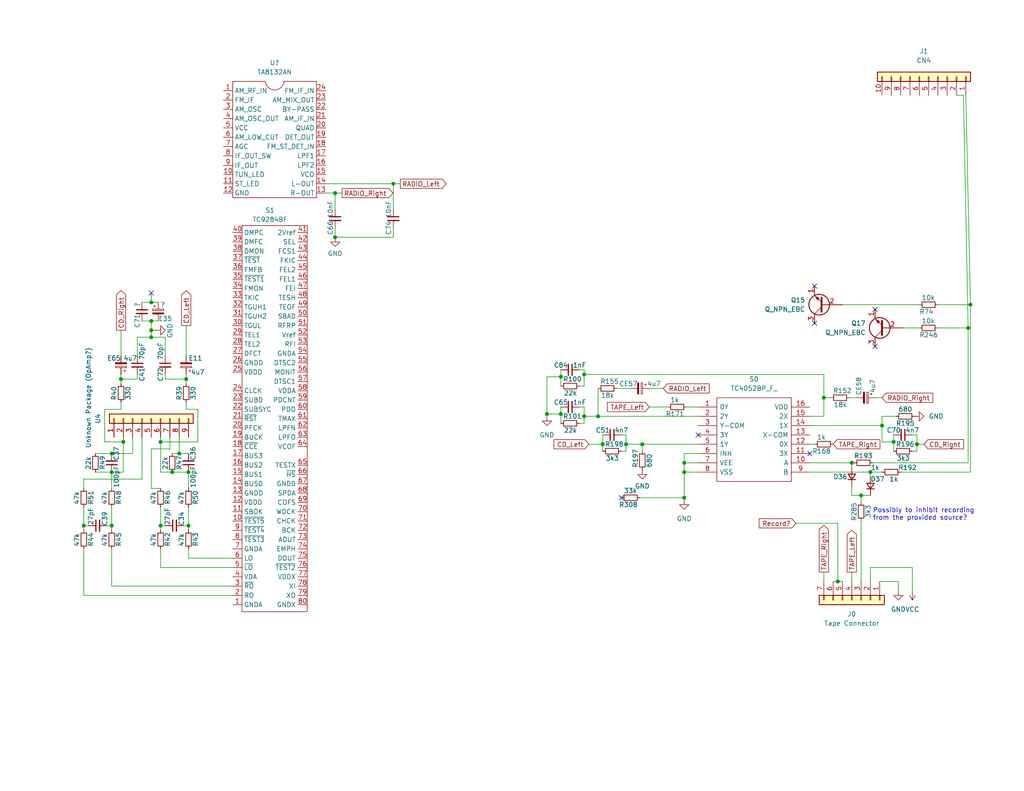
<source format=kicad_sch>
(kicad_sch (version 20211123) (generator eeschema)
  (paper "USLetter")
  (title_block (title "Main Board"))
  (lib_symbols
    (symbol "CD-160:TC4052BP_F_" (pin_names (offset 0.762))
      (property "Reference" "S" (at 26.67 7.62 0))
      (property "Value" "TC4052BP_F_" (at 26.67 5.08 0))
      (symbol "TC4052BP_F__0_0"
        (pin passive line (at 0 0 0) (length 5.08) (name "0Y") (number "1"))
        (pin passive line (at 30.48 -15.24 180) (length 5.08) (name "A") (number "10"))
        (pin passive line (at 30.48 -12.7 180) (length 5.08) (name "3X") (number "11"))
        (pin passive line (at 30.48 -10.16 180) (length 5.08) (name "0X") (number "12"))
        (pin passive line (at 30.48 -7.62 180) (length 5.08) (name "X-COM") (number "13"))
        (pin passive line (at 30.48 -5.08 180) (length 5.08) (name "1X") (number "14"))
        (pin passive line (at 30.48 -2.54 180) (length 5.08) (name "2X") (number "15"))
        (pin passive line (at 30.48 0 180) (length 5.08) (name "VDD") (number "16"))
        (pin passive line (at 0 -2.54 0) (length 5.08) (name "2Y") (number "2"))
        (pin passive line (at 0 -5.08 0) (length 5.08) (name "Y-COM") (number "3"))
        (pin passive line (at 0 -7.62 0) (length 5.08) (name "3Y") (number "4"))
        (pin passive line (at 0 -10.16 0) (length 5.08) (name "1Y") (number "5"))
        (pin passive line (at 0 -12.7 0) (length 5.08) (name "INH") (number "6"))
        (pin passive line (at 0 -15.24 0) (length 5.08) (name "VEE") (number "7"))
        (pin passive line (at 0 -17.78 0) (length 5.08) (name "VSS") (number "8"))
        (pin passive line (at 30.48 -17.78 180) (length 5.08) (name "B") (number "9"))
      )
      (symbol "TC4052BP_F__0_1"
        (polyline (pts (xy 5.08 2.54) (xy 25.4 2.54) (xy 25.4 -20.32) (xy 5.08 -20.32) (xy 5.08 2.54)) (stroke (width 0.1524)))
      )
    )
    (symbol "CD-160:TC9284BF"
      (property "Reference" "U?" (at 0 56.896 0))
      (property "Value" "TC9284BF" (at 0 54.356 0))
      (symbol "TC9284BF_0_1"
        (rectangle (start -10.16 52.705) (end 7.62 -52.705))
      )
      (symbol "TC9284BF_1_1"
        (pin input line (at 10.16 -50.8 180) (length 2.54) (name "GNDA") (number "1"))
        (pin input line (at 10.16 -27.94 180) (length 2.54) (name "~{TEST5}") (number "10"))
        (pin input line (at 10.16 -25.4 180) (length 2.54) (name "SBOK") (number "11"))
        (pin input line (at 10.16 -22.86 180) (length 2.54) (name "VDDD") (number "12"))
        (pin input line (at 10.16 -20.32 180) (length 2.54) (name "GNDD") (number "13"))
        (pin input line (at 10.16 -17.78 180) (length 2.54) (name "BUS0") (number "14"))
        (pin input line (at 10.16 -15.24 180) (length 2.54) (name "BUS1") (number "15"))
        (pin input line (at 10.16 -12.7 180) (length 2.54) (name "BUS2") (number "16"))
        (pin input line (at 10.16 -10.16 180) (length 2.54) (name "BUS3") (number "17"))
        (pin input line (at 10.16 -7.62 180) (length 2.54) (name "~{CCE}") (number "18"))
        (pin input line (at 10.16 -5.08 180) (length 2.54) (name "BUCK") (number "19"))
        (pin input line (at 10.16 -48.26 180) (length 2.54) (name "RO") (number "2"))
        (pin input line (at 10.16 -2.54 180) (length 2.54) (name "PFCK") (number "20"))
        (pin input line (at 10.16 0 180) (length 2.54) (name "~{RST}") (number "21"))
        (pin input line (at 10.16 2.54 180) (length 2.54) (name "SUBSYC") (number "22"))
        (pin input line (at 10.16 5.08 180) (length 2.54) (name "SUBD") (number "23"))
        (pin input line (at 10.16 7.62 180) (length 2.54) (name "CLCK") (number "24"))
        (pin input line (at 10.16 12.7 180) (length 2.54) (name "VDDD") (number "25"))
        (pin input line (at 10.16 15.24 180) (length 2.54) (name "GNDD") (number "26"))
        (pin input line (at 10.16 17.78 180) (length 2.54) (name "DFCT") (number "27"))
        (pin input line (at 10.16 20.32 180) (length 2.54) (name "TEL2") (number "28"))
        (pin input line (at 10.16 22.86 180) (length 2.54) (name "TEL1") (number "29"))
        (pin input line (at 10.16 -45.72 180) (length 2.54) (name "~{RO}") (number "3"))
        (pin input line (at 10.16 25.4 180) (length 2.54) (name "TGUL") (number "30"))
        (pin input line (at 10.16 27.94 180) (length 2.54) (name "TGUH2") (number "31"))
        (pin input line (at 10.16 30.48 180) (length 2.54) (name "TGUH1") (number "32"))
        (pin input line (at 10.16 33.02 180) (length 2.54) (name "TKIC") (number "33"))
        (pin input line (at 10.16 35.56 180) (length 2.54) (name "FMON") (number "34"))
        (pin input line (at 10.16 38.1 180) (length 2.54) (name "~{TEST1}") (number "35"))
        (pin input line (at 10.16 40.64 180) (length 2.54) (name "FMFB") (number "36"))
        (pin input line (at 10.16 43.18 180) (length 2.54) (name "~{TEST}") (number "37"))
        (pin input line (at 10.16 45.72 180) (length 2.54) (name "DMON") (number "38"))
        (pin input line (at 10.16 48.26 180) (length 2.54) (name "DMFC") (number "39"))
        (pin input line (at 10.16 -43.18 180) (length 2.54) (name "VDA") (number "4"))
        (pin input line (at 10.16 50.8 180) (length 2.54) (name "DMPC") (number "40"))
        (pin input line (at -10.16 50.8 0) (length 2.54) (name "2Vref") (number "41"))
        (pin input line (at -10.16 48.26 0) (length 2.54) (name "SEL") (number "42"))
        (pin input line (at -10.16 45.72 0) (length 2.54) (name "FCS1") (number "43"))
        (pin input line (at -10.16 43.18 0) (length 2.54) (name "FKIC") (number "44"))
        (pin input line (at -10.16 40.64 0) (length 2.54) (name "FEL2") (number "45"))
        (pin input line (at -10.16 38.1 0) (length 2.54) (name "FEL1") (number "46"))
        (pin input line (at -10.16 35.56 0) (length 2.54) (name "FEI") (number "47"))
        (pin input line (at -10.16 33.02 0) (length 2.54) (name "TESH") (number "48"))
        (pin input line (at -10.16 30.48 0) (length 2.54) (name "TEOF") (number "49"))
        (pin input line (at 10.16 -40.64 180) (length 2.54) (name "~{LO}") (number "5"))
        (pin input line (at -10.16 27.94 0) (length 2.54) (name "SBAD") (number "50"))
        (pin input line (at -10.16 25.4 0) (length 2.54) (name "RFRP") (number "51"))
        (pin input line (at -10.16 22.86 0) (length 2.54) (name "Vref") (number "52"))
        (pin input line (at -10.16 20.32 0) (length 2.54) (name "RFI") (number "53"))
        (pin input line (at -10.16 17.78 0) (length 2.54) (name "GNDA") (number "54"))
        (pin input line (at -10.16 15.24 0) (length 2.54) (name "DTSC2") (number "55"))
        (pin input line (at -10.16 12.7 0) (length 2.54) (name "MONIT") (number "56"))
        (pin input line (at -10.16 10.16 0) (length 2.54) (name "DTSC1") (number "57"))
        (pin input line (at -10.16 7.62 0) (length 2.54) (name "VDDA") (number "58"))
        (pin input line (at -10.16 5.08 0) (length 2.54) (name "PDCNT") (number "59"))
        (pin input line (at 10.16 -38.1 180) (length 2.54) (name "LO") (number "6"))
        (pin input line (at -10.16 2.54 0) (length 2.54) (name "PDO") (number "60"))
        (pin input line (at -10.16 0 0) (length 2.54) (name "TMAX") (number "61"))
        (pin input line (at -10.16 -2.54 0) (length 2.54) (name "LPFN") (number "62"))
        (pin input line (at -10.16 -5.08 0) (length 2.54) (name "LPFO") (number "63"))
        (pin input line (at -10.16 -7.62 0) (length 2.54) (name "VCOF") (number "64"))
        (pin input line (at -10.16 -12.7 0) (length 2.54) (name "TESTX") (number "65"))
        (pin input line (at -10.16 -15.24 0) (length 2.54) (name "~{HS}") (number "66"))
        (pin input line (at -10.16 -17.78 0) (length 2.54) (name "GNDD") (number "67"))
        (pin input line (at -10.16 -20.32 0) (length 2.54) (name "SPDA") (number "68"))
        (pin input line (at -10.16 -22.86 0) (length 2.54) (name "COFS") (number "69"))
        (pin input line (at 10.16 -35.56 180) (length 2.54) (name "GNDA") (number "7"))
        (pin input line (at -10.16 -25.4 0) (length 2.54) (name "WDCK") (number "70"))
        (pin input line (at -10.16 -27.94 0) (length 2.54) (name "CHCK") (number "71"))
        (pin input line (at -10.16 -30.48 0) (length 2.54) (name "BCK") (number "72"))
        (pin input line (at -10.16 -33.02 0) (length 2.54) (name "AOUT") (number "73"))
        (pin input line (at -10.16 -35.56 0) (length 2.54) (name "EMPH") (number "74"))
        (pin input line (at -10.16 -38.1 0) (length 2.54) (name "DOUT") (number "75"))
        (pin input line (at -10.16 -40.64 0) (length 2.54) (name "~{TEST2}") (number "76"))
        (pin input line (at -10.16 -43.18 0) (length 2.54) (name "VDDX") (number "77"))
        (pin input line (at -10.16 -45.72 0) (length 2.54) (name "XI") (number "78"))
        (pin input line (at -10.16 -48.26 0) (length 2.54) (name "XO") (number "79"))
        (pin input line (at 10.16 -33.02 180) (length 2.54) (name "~{TEST3}") (number "8"))
        (pin input line (at -10.16 -50.8 0) (length 2.54) (name "GNDX") (number "80"))
        (pin input line (at 10.16 -30.48 180) (length 2.54) (name "~{TEST4}") (number "9"))
      )
    )
    (symbol "Connector_Generic:Conn_01x07" (pin_names (offset 1.016) hide)
      (property "Reference" "J" (at 0 10.16 0))
      (property "Value" "Conn_01x07" (at 0 -10.16 0))
      (symbol "Conn_01x07_1_1"
        (rectangle (start -1.27 -7.493) (end 0 -7.747) (stroke (width 0.1524)))
        (rectangle (start -1.27 -4.953) (end 0 -5.207) (stroke (width 0.1524)))
        (rectangle (start -1.27 -2.413) (end 0 -2.667) (stroke (width 0.1524)))
        (rectangle (start -1.27 0.127) (end 0 -0.127) (stroke (width 0.1524)))
        (rectangle (start -1.27 2.667) (end 0 2.413) (stroke (width 0.1524)))
        (rectangle (start -1.27 5.207) (end 0 4.953) (stroke (width 0.1524)))
        (rectangle (start -1.27 7.747) (end 0 7.493) (stroke (width 0.1524)))
        (rectangle (start -1.27 8.89) (end 1.27 -8.89) (stroke (width 0.254)) (fill (type background)))
        (pin passive line (at -5.08 7.62 0) (length 3.81) (name "Pin_1") (number "1"))
        (pin passive line (at -5.08 5.08 0) (length 3.81) (name "Pin_2") (number "2"))
        (pin passive line (at -5.08 2.54 0) (length 3.81) (name "Pin_3") (number "3"))
        (pin passive line (at -5.08 0 0) (length 3.81) (name "Pin_4") (number "4"))
        (pin passive line (at -5.08 -2.54 0) (length 3.81) (name "Pin_5") (number "5"))
        (pin passive line (at -5.08 -5.08 0) (length 3.81) (name "Pin_6") (number "6"))
        (pin passive line (at -5.08 -7.62 0) (length 3.81) (name "Pin_7") (number "7"))
      )
    )
    (symbol "Connector_Generic:Conn_01x09" (pin_names (offset 1.016) hide)
      (property "Reference" "J" (at 0 12.7 0))
      (property "Value" "Conn_01x09" (at 0 -12.7 0))
      (symbol "Conn_01x09_1_1"
        (rectangle (start -1.27 -10.033) (end 0 -10.287) (stroke (width 0.1524)))
        (rectangle (start -1.27 -7.493) (end 0 -7.747) (stroke (width 0.1524)))
        (rectangle (start -1.27 -4.953) (end 0 -5.207) (stroke (width 0.1524)))
        (rectangle (start -1.27 -2.413) (end 0 -2.667) (stroke (width 0.1524)))
        (rectangle (start -1.27 0.127) (end 0 -0.127) (stroke (width 0.1524)))
        (rectangle (start -1.27 2.667) (end 0 2.413) (stroke (width 0.1524)))
        (rectangle (start -1.27 5.207) (end 0 4.953) (stroke (width 0.1524)))
        (rectangle (start -1.27 7.747) (end 0 7.493) (stroke (width 0.1524)))
        (rectangle (start -1.27 10.287) (end 0 10.033) (stroke (width 0.1524)))
        (rectangle (start -1.27 11.43) (end 1.27 -11.43) (stroke (width 0.254)) (fill (type background)))
        (pin passive line (at -5.08 10.16 0) (length 3.81) (name "Pin_1") (number "1"))
        (pin passive line (at -5.08 7.62 0) (length 3.81) (name "Pin_2") (number "2"))
        (pin passive line (at -5.08 5.08 0) (length 3.81) (name "Pin_3") (number "3"))
        (pin passive line (at -5.08 2.54 0) (length 3.81) (name "Pin_4") (number "4"))
        (pin passive line (at -5.08 0 0) (length 3.81) (name "Pin_5") (number "5"))
        (pin passive line (at -5.08 -2.54 0) (length 3.81) (name "Pin_6") (number "6"))
        (pin passive line (at -5.08 -5.08 0) (length 3.81) (name "Pin_7") (number "7"))
        (pin passive line (at -5.08 -7.62 0) (length 3.81) (name "Pin_8") (number "8"))
        (pin passive line (at -5.08 -10.16 0) (length 3.81) (name "Pin_9") (number "9"))
      )
    )
    (symbol "Connector_Generic:Conn_01x10" (pin_names (offset 1.016) hide)
      (property "Reference" "J" (at 0 12.7 0))
      (property "Value" "Conn_01x10" (at 0 -15.24 0))
      (symbol "Conn_01x10_1_1"
        (rectangle (start -1.27 -12.573) (end 0 -12.827) (stroke (width 0.1524)))
        (rectangle (start -1.27 -10.033) (end 0 -10.287) (stroke (width 0.1524)))
        (rectangle (start -1.27 -7.493) (end 0 -7.747) (stroke (width 0.1524)))
        (rectangle (start -1.27 -4.953) (end 0 -5.207) (stroke (width 0.1524)))
        (rectangle (start -1.27 -2.413) (end 0 -2.667) (stroke (width 0.1524)))
        (rectangle (start -1.27 0.127) (end 0 -0.127) (stroke (width 0.1524)))
        (rectangle (start -1.27 2.667) (end 0 2.413) (stroke (width 0.1524)))
        (rectangle (start -1.27 5.207) (end 0 4.953) (stroke (width 0.1524)))
        (rectangle (start -1.27 7.747) (end 0 7.493) (stroke (width 0.1524)))
        (rectangle (start -1.27 10.287) (end 0 10.033) (stroke (width 0.1524)))
        (rectangle (start -1.27 11.43) (end 1.27 -13.97) (stroke (width 0.254)) (fill (type background)))
        (pin passive line (at -5.08 10.16 0) (length 3.81) (name "Pin_1") (number "1"))
        (pin passive line (at -5.08 -12.7 0) (length 3.81) (name "Pin_10") (number "10"))
        (pin passive line (at -5.08 7.62 0) (length 3.81) (name "Pin_2") (number "2"))
        (pin passive line (at -5.08 5.08 0) (length 3.81) (name "Pin_3") (number "3"))
        (pin passive line (at -5.08 2.54 0) (length 3.81) (name "Pin_4") (number "4"))
        (pin passive line (at -5.08 0 0) (length 3.81) (name "Pin_5") (number "5"))
        (pin passive line (at -5.08 -2.54 0) (length 3.81) (name "Pin_6") (number "6"))
        (pin passive line (at -5.08 -5.08 0) (length 3.81) (name "Pin_7") (number "7"))
        (pin passive line (at -5.08 -7.62 0) (length 3.81) (name "Pin_8") (number "8"))
        (pin passive line (at -5.08 -10.16 0) (length 3.81) (name "Pin_9") (number "9"))
      )
    )
    (symbol "Device:C_Polarized_Small" (pin_numbers hide) (pin_names (offset 0.254) hide)
      (property "Reference" "C" (at 0.254 1.778 0))
      (property "Value" "C_Polarized_Small" (at 0.254 -2.032 0))
      (symbol "C_Polarized_Small_0_1"
        (rectangle (start -1.524 -0.3048) (end 1.524 -0.6858) (fill (type outline)))
        (rectangle (start -1.524 0.6858) (end 1.524 0.3048))
        (polyline (pts (xy -1.27 1.524) (xy -0.762 1.524)))
        (polyline (pts (xy -1.016 1.27) (xy -1.016 1.778)))
      )
      (symbol "C_Polarized_Small_1_1"
        (pin passive line (at 0 2.54 270) (length 1.8542) (name "~") (number "1"))
        (pin passive line (at 0 -2.54 90) (length 1.8542) (name "~") (number "2"))
      )
    )
    (symbol "Device:C_Small" (pin_numbers hide) (pin_names (offset 0.254) hide)
      (property "Reference" "C" (at 0.254 1.778 0))
      (property "Value" "C_Small" (at 0.254 -2.032 0))
      (symbol "C_Small_0_1"
        (polyline (pts (xy -1.524 -0.508) (xy 1.524 -0.508)) (stroke (width 0.3302)))
        (polyline (pts (xy -1.524 0.508) (xy 1.524 0.508)) (stroke (width 0.3048)))
      )
      (symbol "C_Small_1_1"
        (pin passive line (at 0 2.54 270) (length 2.032) (name "~") (number "1"))
        (pin passive line (at 0 -2.54 90) (length 2.032) (name "~") (number "2"))
      )
    )
    (symbol "Device:D_Small" (pin_numbers hide) (pin_names (offset 0.254) hide)
      (property "Reference" "D" (at -1.27 2.032 0))
      (property "Value" "D_Small" (at -3.81 -2.032 0))
      (symbol "D_Small_0_1"
        (polyline (pts (xy -0.762 -1.016) (xy -0.762 1.016)) (stroke (width 0.254)))
        (polyline (pts (xy -0.762 0) (xy 0.762 0)))
        (polyline (pts (xy 0.762 -1.016) (xy -0.762 0) (xy 0.762 1.016) (xy 0.762 -1.016)) (stroke (width 0.254)))
      )
      (symbol "D_Small_1_1"
        (pin passive line (at -2.54 0 0) (length 1.778) (name "K") (number "1"))
        (pin passive line (at 2.54 0 180) (length 1.778) (name "A") (number "2"))
      )
    )
    (symbol "Device:Q_NPN_EBC" (pin_names (offset 0) hide)
      (property "Reference" "Q" (at 5.08 1.27 0))
      (property "Value" "Q_NPN_EBC" (at 5.08 -1.27 0))
      (symbol "Q_NPN_EBC_0_1"
        (polyline (pts (xy 0.635 0.635) (xy 2.54 2.54)))
        (polyline (pts (xy 0.635 -0.635) (xy 2.54 -2.54) (xy 2.54 -2.54)))
        (polyline (pts (xy 0.635 1.905) (xy 0.635 -1.905) (xy 0.635 -1.905)) (stroke (width 0.508)))
        (polyline (pts (xy 1.27 -1.778) (xy 1.778 -1.27) (xy 2.286 -2.286) (xy 1.27 -1.778) (xy 1.27 -1.778)) (fill (type outline)))
        (circle (center 1.27 0) (radius 2.8194) (stroke (width 0.254)))
      )
      (symbol "Q_NPN_EBC_1_1"
        (pin passive line (at 2.54 -5.08 90) (length 2.54) (name "E") (number "1"))
        (pin passive line (at -5.08 0 0) (length 5.715) (name "B") (number "2"))
        (pin passive line (at 2.54 5.08 270) (length 2.54) (name "C") (number "3"))
      )
    )
    (symbol "Device:R_Small" (pin_numbers hide) (pin_names (offset 0.254) hide)
      (property "Reference" "R" (at 0.762 0.508 0))
      (property "Value" "R_Small" (at 0.762 -1.016 0))
      (symbol "R_Small_0_1"
        (rectangle (start -0.762 1.778) (end 0.762 -1.778) (stroke (width 0.2032)))
      )
      (symbol "R_Small_1_1"
        (pin passive line (at 0 2.54 270) (length 0.762) (name "~") (number "1"))
        (pin passive line (at 0 -2.54 90) (length 0.762) (name "~") (number "2"))
      )
    )
    (symbol "Libraryt:TA8132AN"
      (property "Reference" "U?" (at -0.0197 21.59 0))
      (property "Value" "TA8132AN" (at -0.0197 19.05 0))
      (symbol "TA8132AN_0_1"
        (rectangle (start -11.43 -15.24) (end 11.43 -15.24))
        (rectangle (start -11.43 16.51) (end -11.43 -15.24))
        (rectangle (start -2.54 16.51) (end -11.43 16.51))
        (arc (start -2.54 16.51) (mid 0 14.1728) (end 2.54 16.51))
        (rectangle (start 11.43 -15.24) (end 11.43 16.51))
        (rectangle (start 11.43 16.51) (end 2.54 16.51))
      )
      (symbol "TA8132AN_1_1"
        (pin input line (at -13.97 13.97 0) (length 2.54) (name "AM_RF_IN") (number "1"))
        (pin input line (at -13.97 -8.89 0) (length 2.54) (name "TUN_LED") (number "10"))
        (pin input line (at -13.97 -11.43 0) (length 2.54) (name "ST_LED") (number "11"))
        (pin input line (at -13.97 -13.97 0) (length 2.54) (name "GND") (number "12"))
        (pin input line (at 13.97 -13.97 180) (length 2.54) (name "R-OUT") (number "13"))
        (pin input line (at 13.97 -11.43 180) (length 2.54) (name "L-OUT") (number "14"))
        (pin input line (at 13.97 -8.89 180) (length 2.54) (name "VCO") (number "15"))
        (pin input line (at 13.97 -6.35 180) (length 2.54) (name "LPF2") (number "16"))
        (pin input line (at 13.97 -3.81 180) (length 2.54) (name "LPF1") (number "17"))
        (pin input line (at 13.97 -1.27 180) (length 2.54) (name "FM_ST_DET_IN") (number "18"))
        (pin input line (at 13.97 1.27 180) (length 2.54) (name "DET_OUT") (number "19"))
        (pin input line (at -13.97 11.43 0) (length 2.54) (name "FM_IF") (number "2"))
        (pin input line (at 13.97 3.81 180) (length 2.54) (name "QUAD") (number "20"))
        (pin input line (at 13.97 6.35 180) (length 2.54) (name "AM_IF_IN") (number "21"))
        (pin input line (at 13.97 8.89 180) (length 2.54) (name "BY-PASS") (number "22"))
        (pin input line (at 13.97 11.43 180) (length 2.54) (name "AM_MIX_OUT") (number "23"))
        (pin input line (at 13.97 13.97 180) (length 2.54) (name "FM_IF_IN") (number "24"))
        (pin input line (at -13.97 8.89 0) (length 2.54) (name "AM_OSC") (number "3"))
        (pin input line (at -13.97 6.35 0) (length 2.54) (name "AM_OSC_OUT") (number "4"))
        (pin input line (at -13.97 3.81 0) (length 2.54) (name "VCC") (number "5"))
        (pin input line (at -13.97 1.27 0) (length 2.54) (name "AM_LOW_CUT") (number "6"))
        (pin input line (at -13.97 -1.27 0) (length 2.54) (name "AGC") (number "7"))
        (pin input line (at -13.97 -3.81 0) (length 2.54) (name "IF_OUT_SW") (number "8"))
        (pin input line (at -14.0093 -6.46 0) (length 2.54) (name "IF_OUT") (number "9"))
      )
    )
    (symbol "power:GND" (power) (pin_names (offset 0))
      (property "Value" "GND" (at 0 -3.81 0))
      (symbol "GND_0_1"
        (polyline (pts (xy 0 0) (xy 0 -1.27) (xy 1.27 -1.27) (xy 0 -2.54) (xy -1.27 -1.27) (xy 0 -1.27)))
      )
      (symbol "GND_1_1"
        (pin power_in line (at 0 0 270) (length 0) hide (name "GND") (number "1"))
      )
    )
    (symbol "power:VCC" (power) (pin_names (offset 0))
      (property "Value" "VCC" (at 0 3.81 0))
      (symbol "VCC_0_1"
        (polyline (pts (xy -0.762 1.27) (xy 0 2.54)))
        (polyline (pts (xy 0 0) (xy 0 2.54)))
        (polyline (pts (xy 0 2.54) (xy 0.762 1.27)))
      )
      (symbol "VCC_1_1"
        (pin power_in line (at 0 0 90) (length 0) hide (name "VCC") (number "1"))
      )
    )
  )
  (junction (at 46.99 128.905))
  (junction (at 107.315 50.165))
  (junction (at 48.895 123.825))
  (junction (at 41.275 90.17))
  (junction (at 41.275 87.63))
  (junction (at 228.6 158.75))
  (junction (at 232.41 126.365))
  (junction (at 264.16 89.535))
  (junction (at 41.275 92.075))
  (junction (at 159.385 102.235))
  (junction (at 30.48 128.905))
  (junction (at 163.195 113.665))
  (junction (at 153.035 102.87))
  (junction (at 237.49 128.905))
  (junction (at 234.95 135.255))
  (junction (at 51.435 128.905))
  (junction (at 30.48 143.51))
  (junction (at 22.86 143.51))
  (junction (at 186.69 128.905))
  (junction (at 149.225 113.03))
  (junction (at 250.19 121.285))
  (junction (at 50.8 103.505))
  (junction (at 170.815 121.285))
  (junction (at 91.44 52.705))
  (junction (at 41.275 82.55))
  (junction (at 43.815 120.65))
  (junction (at 224.79 108.585))
  (junction (at 164.465 121.285))
  (junction (at 264.795 83.185))
  (junction (at 243.84 120.65))
  (junction (at 186.69 135.89))
  (junction (at 91.44 64.77))
  (junction (at 186.69 126.365))
  (junction (at 30.48 123.825))
  (junction (at 33.02 103.505))
  (junction (at 240.665 116.205))
  (junction (at 33.655 120.65))
  (junction (at 175.26 121.285))
  (junction (at 43.815 143.51))
  (junction (at 51.435 143.51))
  (junction (at 159.385 113.665))
  (junction (at 153.035 113.03))
  (no_connect (at 190.5 118.745))
  (no_connect (at 220.98 123.825))
  (no_connect (at 238.76 84.455))
  (no_connect (at 222.25 88.265))
  (no_connect (at 222.25 78.105))
  (no_connect (at 238.76 94.615))
  (no_connect (at 41.275 80.01))
  (no_connect (at 169.545 135.89))
  (wire (pts (xy 245.745 128.905) (xy 264.795 128.905)))
  (wire (pts (xy 169.545 118.745) (xy 170.815 118.745)))
  (wire (pts (xy 38.735 82.55) (xy 41.275 82.55)))
  (wire (pts (xy 149.225 113.03) (xy 149.225 113.665)))
  (wire (pts (xy 41.275 122.555) (xy 46.355 122.555)))
  (wire (pts (xy 159.385 100.965) (xy 159.385 102.235)))
  (wire (pts (xy 33.02 102.235) (xy 33.02 103.505)))
  (wire (pts (xy 22.86 162.56) (xy 63.5 162.56)))
  (wire (pts (xy 238.76 108.585) (xy 240.665 108.585)))
  (wire (pts (xy 240.665 113.665) (xy 240.665 116.205)))
  (wire (pts (xy 43.815 128.905) (xy 43.815 120.65)))
  (wire (pts (xy 170.815 121.285) (xy 170.815 123.19)))
  (wire (pts (xy 48.895 119.38) (xy 48.895 123.825)))
  (wire (pts (xy 33.02 109.855) (xy 33.02 111.76)))
  (wire (pts (xy 91.44 52.705) (xy 91.44 57.15)))
  (wire (pts (xy 26.035 128.905) (xy 30.48 128.905)))
  (wire (pts (xy 237.49 128.905) (xy 237.49 130.175)))
  (wire (pts (xy 33.655 120.65) (xy 33.655 128.905)))
  (wire (pts (xy 187.325 111.125) (xy 190.5 111.125)))
  (wire (pts (xy 190.5 128.905) (xy 186.69 128.905)))
  (wire (pts (xy 22.86 143.51) (xy 22.86 144.78)))
  (wire (pts (xy 170.815 123.19) (xy 169.545 123.19)))
  (wire (pts (xy 174.625 135.89) (xy 186.69 135.89)))
  (wire (pts (xy 43.815 143.51) (xy 43.815 144.78)))
  (wire (pts (xy 226.695 108.585) (xy 224.79 108.585)))
  (wire (pts (xy 37.465 97.155) (xy 37.465 92.075)))
  (wire (pts (xy 45.085 103.505) (xy 50.8 103.505)))
  (wire (pts (xy 244.475 113.665) (xy 240.665 113.665)))
  (wire (pts (xy 91.44 52.705) (xy 93.345 52.705)))
  (wire (pts (xy 43.815 143.51) (xy 45.085 143.51)))
  (wire (pts (xy 228.6 158.75) (xy 229.87 158.75)))
  (wire (pts (xy 153.035 113.03) (xy 149.225 113.03)))
  (wire (pts (xy 51.435 143.51) (xy 51.435 144.78)))
  (wire (pts (xy 228.6 142.875) (xy 228.6 158.75)))
  (wire (pts (xy 232.41 126.365) (xy 233.045 126.365)))
  (wire (pts (xy 263.525 26.035) (xy 264.795 83.185)))
  (wire (pts (xy 245.11 158.75) (xy 245.11 161.29)))
  (wire (pts (xy 220.98 126.365) (xy 232.41 126.365)))
  (wire (pts (xy 163.195 113.665) (xy 190.5 113.665)))
  (wire (pts (xy 160.655 121.285) (xy 164.465 121.285)))
  (wire (pts (xy 153.035 113.03) (xy 153.035 115.57)))
  (wire (pts (xy 229.87 83.185) (xy 250.825 83.185)))
  (wire (pts (xy 250.19 121.285) (xy 250.19 123.19)))
  (wire (pts (xy 220.98 116.205) (xy 240.665 116.205)))
  (wire (pts (xy 186.69 123.825) (xy 186.69 126.365)))
  (wire (pts (xy 41.275 90.17) (xy 42.545 90.17)))
  (wire (pts (xy 186.69 126.365) (xy 190.5 126.365)))
  (wire (pts (xy 237.49 128.905) (xy 240.665 128.905)))
  (wire (pts (xy 22.86 138.43) (xy 22.86 143.51)))
  (wire (pts (xy 238.125 126.365) (xy 264.16 126.365)))
  (wire (pts (xy 255.905 83.185) (xy 264.795 83.185)))
  (wire (pts (xy 22.86 133.35) (xy 22.86 130.81)))
  (wire (pts (xy 51.435 149.86) (xy 51.435 152.4)))
  (wire (pts (xy 30.48 138.43) (xy 30.48 143.51)))
  (wire (pts (xy 53.975 111.76) (xy 53.975 120.65)))
  (wire (pts (xy 91.44 62.23) (xy 91.44 64.77)))
  (wire (pts (xy 30.48 143.51) (xy 30.48 144.78)))
  (wire (pts (xy 43.815 120.65) (xy 43.815 119.38)))
  (wire (pts (xy 158.115 111.125) (xy 159.385 111.125)))
  (wire (pts (xy 250.19 118.745) (xy 250.19 121.285)))
  (wire (pts (xy 159.385 102.235) (xy 224.79 102.235)))
  (wire (pts (xy 50.8 111.76) (xy 53.975 111.76)))
  (wire (pts (xy 38.735 87.63) (xy 41.275 87.63)))
  (wire (pts (xy 231.775 108.585) (xy 233.68 108.585)))
  (wire (pts (xy 164.465 118.745) (xy 164.465 121.285)))
  (wire (pts (xy 50.8 103.505) (xy 50.8 104.775)))
  (wire (pts (xy 234.95 142.24) (xy 234.95 158.75)))
  (wire (pts (xy 237.49 158.75) (xy 237.49 154.94)))
  (wire (pts (xy 43.815 138.43) (xy 43.815 143.51)))
  (wire (pts (xy 220.98 128.905) (xy 237.49 128.905)))
  (wire (pts (xy 252.095 121.285) (xy 250.19 121.285)))
  (wire (pts (xy 234.95 135.255) (xy 234.95 137.16)))
  (wire (pts (xy 41.275 92.075) (xy 45.085 92.075)))
  (wire (pts (xy 41.275 133.35) (xy 43.815 133.35)))
  (wire (pts (xy 33.02 90.17) (xy 33.02 97.155)))
  (wire (pts (xy 232.41 135.255) (xy 234.95 135.255)))
  (wire (pts (xy 51.435 152.4) (xy 63.5 152.4)))
  (wire (pts (xy 153.035 102.87) (xy 153.035 105.41)))
  (wire (pts (xy 107.315 50.165) (xy 107.315 57.15)))
  (wire (pts (xy 22.86 149.86) (xy 22.86 162.56)))
  (wire (pts (xy 26.035 123.825) (xy 30.48 123.825)))
  (wire (pts (xy 246.38 89.535) (xy 250.825 89.535)))
  (wire (pts (xy 37.465 103.505) (xy 37.465 102.235)))
  (wire (pts (xy 224.79 108.585) (xy 224.79 113.665)))
  (wire (pts (xy 220.98 121.285) (xy 222.25 121.285)))
  (wire (pts (xy 50.8 102.235) (xy 50.8 103.505)))
  (wire (pts (xy 159.385 102.235) (xy 159.385 105.41)))
  (wire (pts (xy 217.17 142.875) (xy 228.6 142.875)))
  (wire (pts (xy 149.225 102.87) (xy 149.225 113.03)))
  (wire (pts (xy 186.69 128.905) (xy 186.69 135.89)))
  (wire (pts (xy 159.385 115.57) (xy 158.115 115.57)))
  (wire (pts (xy 45.085 92.075) (xy 45.085 97.155)))
  (wire (pts (xy 50.165 143.51) (xy 51.435 143.51)))
  (wire (pts (xy 51.435 128.905) (xy 51.435 133.35)))
  (wire (pts (xy 41.275 87.63) (xy 41.275 90.17)))
  (wire (pts (xy 158.115 100.965) (xy 159.385 100.965)))
  (wire (pts (xy 91.44 64.77) (xy 107.315 64.77)))
  (wire (pts (xy 170.815 118.745) (xy 170.815 121.285)))
  (wire (pts (xy 33.02 111.76) (xy 28.575 111.76)))
  (wire (pts (xy 186.69 123.825) (xy 190.5 123.825)))
  (wire (pts (xy 22.86 143.51) (xy 24.13 143.51)))
  (wire (pts (xy 51.435 138.43) (xy 51.435 143.51)))
  (wire (pts (xy 177.165 111.125) (xy 182.245 111.125)))
  (wire (pts (xy 50.8 88.9) (xy 50.8 97.155)))
  (wire (pts (xy 243.84 120.65) (xy 243.84 123.19)))
  (wire (pts (xy 28.575 111.76) (xy 28.575 120.65)))
  (wire (pts (xy 30.48 128.905) (xy 30.48 133.35)))
  (wire (pts (xy 159.385 113.665) (xy 159.385 115.57)))
  (wire (pts (xy 36.195 123.825) (xy 36.195 119.38)))
  (wire (pts (xy 159.385 105.41) (xy 158.115 105.41)))
  (wire (pts (xy 237.49 154.94) (xy 248.92 154.94)))
  (wire (pts (xy 159.385 111.125) (xy 159.385 113.665)))
  (wire (pts (xy 33.02 103.505) (xy 33.02 104.775)))
  (wire (pts (xy 262.89 26.035) (xy 264.16 89.535)))
  (wire (pts (xy 41.275 90.17) (xy 41.275 92.075)))
  (wire (pts (xy 177.165 106.045) (xy 180.975 106.045)))
  (wire (pts (xy 30.48 149.86) (xy 30.48 160.02)))
  (wire (pts (xy 41.275 133.35) (xy 41.275 122.555)))
  (wire (pts (xy 240.665 120.65) (xy 243.84 120.65)))
  (wire (pts (xy 175.26 121.285) (xy 175.26 123.19)))
  (wire (pts (xy 107.315 64.77) (xy 107.315 62.23)))
  (wire (pts (xy 153.035 102.87) (xy 149.225 102.87)))
  (wire (pts (xy 153.035 100.965) (xy 153.035 102.87)))
  (wire (pts (xy 228.6 158.75) (xy 227.33 158.75)))
  (wire (pts (xy 43.815 128.905) (xy 46.99 128.905)))
  (wire (pts (xy 30.48 123.825) (xy 36.195 123.825)))
  (wire (pts (xy 48.895 123.825) (xy 51.435 123.825)))
  (wire (pts (xy 260.985 26.035) (xy 262.89 26.035)))
  (wire (pts (xy 53.975 120.65) (xy 43.815 120.65)))
  (wire (pts (xy 38.735 130.81) (xy 38.735 119.38)))
  (wire (pts (xy 41.275 87.63) (xy 43.18 87.63)))
  (wire (pts (xy 30.48 160.02) (xy 63.5 160.02)))
  (wire (pts (xy 232.41 126.365) (xy 232.41 127.635)))
  (wire (pts (xy 240.665 116.205) (xy 240.665 120.65)))
  (wire (pts (xy 248.92 118.745) (xy 250.19 118.745)))
  (wire (pts (xy 33.655 119.38) (xy 33.655 120.65)))
  (wire (pts (xy 186.69 135.89) (xy 186.69 136.525)))
  (wire (pts (xy 255.905 89.535) (xy 264.16 89.535)))
  (wire (pts (xy 164.465 121.285) (xy 164.465 123.19)))
  (wire (pts (xy 159.385 113.665) (xy 163.195 113.665)))
  (wire (pts (xy 46.99 128.905) (xy 51.435 128.905)))
  (wire (pts (xy 168.275 106.045) (xy 172.085 106.045)))
  (wire (pts (xy 264.795 83.185) (xy 264.795 128.905)))
  (wire (pts (xy 107.315 50.165) (xy 109.22 50.165)))
  (wire (pts (xy 46.99 123.825) (xy 48.895 123.825)))
  (wire (pts (xy 224.79 102.235) (xy 224.79 108.585)))
  (wire (pts (xy 43.815 149.86) (xy 43.815 154.94)))
  (wire (pts (xy 88.9 50.165) (xy 107.315 50.165)))
  (wire (pts (xy 37.465 92.075) (xy 41.275 92.075)))
  (wire (pts (xy 170.815 121.285) (xy 175.26 121.285)))
  (wire (pts (xy 250.19 123.19) (xy 248.92 123.19)))
  (wire (pts (xy 186.69 126.365) (xy 186.69 128.905)))
  (wire (pts (xy 240.03 158.75) (xy 245.11 158.75)))
  (wire (pts (xy 224.79 156.21) (xy 224.79 158.75)))
  (wire (pts (xy 43.815 154.94) (xy 63.5 154.94)))
  (wire (pts (xy 234.95 135.255) (xy 237.49 135.255)))
  (wire (pts (xy 153.035 111.125) (xy 153.035 113.03)))
  (wire (pts (xy 45.085 103.505) (xy 45.085 102.235)))
  (wire (pts (xy 220.98 113.665) (xy 224.79 113.665)))
  (wire (pts (xy 248.92 154.94) (xy 248.92 161.29)))
  (wire (pts (xy 33.655 120.65) (xy 28.575 120.65)))
  (wire (pts (xy 33.02 103.505) (xy 37.465 103.505)))
  (wire (pts (xy 88.9 52.705) (xy 91.44 52.705)))
  (wire (pts (xy 264.16 89.535) (xy 264.16 126.365)))
  (wire (pts (xy 41.275 82.55) (xy 43.18 82.55)))
  (wire (pts (xy 175.26 121.285) (xy 190.5 121.285)))
  (wire (pts (xy 30.48 128.905) (xy 33.655 128.905)))
  (wire (pts (xy 232.41 132.715) (xy 232.41 135.255)))
  (wire (pts (xy 22.86 130.81) (xy 38.735 130.81)))
  (wire (pts (xy 41.275 80.01) (xy 41.275 82.55)))
  (wire (pts (xy 163.195 106.045) (xy 163.195 113.665)))
  (wire (pts (xy 50.8 109.855) (xy 50.8 111.76)))
  (wire (pts (xy 29.21 143.51) (xy 30.48 143.51)))
  (wire (pts (xy 243.84 118.745) (xy 243.84 120.65)))
  (wire (pts (xy 232.41 156.21) (xy 232.41 158.75)))
  (wire (pts (xy 46.355 122.555) (xy 46.355 119.38)))
  (text "Possibly to inhibit recording\nfrom the provided source?" (at 238.125 142.24 0) (effects (font (size 1.27 1.27)) (justify left bottom)))
  (global_label "RADIO_Left" (shape output) (at 109.22 50.165 0) (property "Intersheet References" "${INTERSHEET_REFS}" (effects hide)))
  (global_label "RADIO_Left" (shape input) (at 180.975 106.045 0) (property "Intersheet References" "${INTERSHEET_REFS}" (effects hide)))
  (global_label "CD_Left" (shape input) (at 160.655 121.285 180) (property "Intersheet References" "${INTERSHEET_REFS}" (effects hide)))
  (global_label "TAPE_Right" (shape input) (at 227.33 121.285 0) (property "Intersheet References" "${INTERSHEET_REFS}" (effects hide)))
  (global_label "TAPE_Left" (shape input) (at 177.165 111.125 180) (property "Intersheet References" "${INTERSHEET_REFS}" (effects hide)))
  (global_label "TAPE_Left" (shape output) (at 232.41 156.21 90) (property "Intersheet References" "${INTERSHEET_REFS}" (effects hide)))
  (global_label "CD_Left" (shape output) (at 50.8 88.9 90) (property "Intersheet References" "${INTERSHEET_REFS}" (effects hide)))
  (global_label "Record?" (shape input) (at 217.17 142.875 180) (property "Intersheet References" "${INTERSHEET_REFS}" (effects hide)))
  (global_label "CD_Right" (shape output) (at 33.02 90.17 90) (property "Intersheet References" "${INTERSHEET_REFS}" (effects hide)))
  (global_label "RADIO_Right" (shape input) (at 240.665 108.585 0) (property "Intersheet References" "${INTERSHEET_REFS}" (effects hide)))
  (global_label "CD_Right" (shape input) (at 252.095 121.285 0) (property "Intersheet References" "${INTERSHEET_REFS}" (effects hide)))
  (global_label "TAPE_Right" (shape output) (at 224.79 156.21 90) (property "Intersheet References" "${INTERSHEET_REFS}" (effects hide)))
  (global_label "RADIO_Right" (shape output) (at 93.345 52.705 0) (property "Intersheet References" "${INTERSHEET_REFS}" (effects hide)))
  (symbol (lib_id "Device:C_Small") (at 45.085 99.695 0) (unit 1)
    (property "Reference" "C72" (at 43.815 102.235 90))
    (property "Value" "70pF" (at 43.815 95.885 90))
  )
  (symbol (lib_id "Device:R_Small") (at 155.575 115.57 90) (unit 1)
    (property "Reference" "R101" (at 158.75 113.665 90) (effects (justify left)))
    (property "Value" "22k" (at 157.48 117.475 90) (effects (justify left)))
  )
  (symbol (lib_id "Device:C_Small") (at 38.735 85.09 0) (unit 1)
    (property "Reference" "C71" (at 37.465 87.63 90))
    (property "Value" "?" (at 37.465 83.185 90))
  )
  (symbol (lib_id "Device:R_Small") (at 26.035 126.365 0) (unit 1)
    (property "Reference" "R49" (at 27.94 128.27 90) (effects (justify left)))
    (property "Value" "22k" (at 24.13 128.27 90) (effects (justify left)))
  )
  (symbol (lib_id "Device:R_Small") (at 155.575 105.41 90) (unit 1)
    (property "Reference" "R100" (at 158.75 103.505 90) (effects (justify left)))
    (property "Value" "22k" (at 157.48 107.315 90) (effects (justify left)))
  )
  (symbol (lib_id "Device:R_Small") (at 253.365 89.535 270) (unit 1)
    (property "Reference" "R246" (at 250.825 91.44 90) (effects (justify left)))
    (property "Value" "10k" (at 251.46 87.63 90) (effects (justify left)))
  )
  (symbol (lib_id "Device:C_Small") (at 167.005 118.745 270) (unit 1)
    (property "Reference" "C51" (at 164.465 117.475 90))
    (property "Value" "4n7" (at 169.545 117.475 90))
  )
  (symbol (lib_id "Device:R_Small") (at 46.99 126.365 0) (unit 1)
    (property "Reference" "R47" (at 48.895 128.27 90) (effects (justify left)))
    (property "Value" "22k" (at 45.085 128.27 90) (effects (justify left)))
  )
  (symbol (lib_id "power:GND") (at 91.44 64.77 0) (unit 1)
    (property "Reference" "#PWR?" (effects hide))
    (property "Value" "GND" (at 91.44 69.215 0))
  )
  (symbol (lib_id "Connector_Generic:Conn_01x07") (at 232.41 163.83 270) (unit 1)
    (property "Reference" "J0" (at 232.41 167.64 90))
    (property "Value" "Tape Connector" (at 232.41 170.18 90))
  )
  (symbol (lib_id "Device:R_Small") (at 51.435 147.32 0) (unit 1)
    (property "Reference" "R43" (at 53.34 149.225 90) (effects (justify left)))
    (property "Value" "47k" (at 49.53 149.225 90) (effects (justify left)))
  )
  (symbol (lib_id "Device:R_Small") (at 172.085 135.89 270) (unit 1)
    (property "Reference" "R308" (at 168.91 137.795 90) (effects (justify left)))
    (property "Value" "33k" (at 170.18 133.985 90) (effects (justify left)))
  )
  (symbol (lib_id "Device:R_Small") (at 30.48 147.32 0) (unit 1)
    (property "Reference" "R45" (at 32.385 149.225 90) (effects (justify left)))
    (property "Value" "47k" (at 28.575 149.225 90) (effects (justify left)))
  )
  (symbol (lib_id "power:GND") (at 175.26 128.27 0) (unit 1)
    (property "Reference" "#PWR04002" (effects hide))
    (property "Value" "GND" (at 175.26 132.715 0))
  )
  (symbol (lib_id "Device:C_Polarized_Small") (at 174.625 106.045 270) (unit 1)
    (property "Reference" "CE57" (at 173.99 104.775 90) (effects (justify right)))
    (property "Value" "4u7" (at 180.34 104.775 90) (effects (justify right)))
  )
  (symbol (lib_id "Device:R_Small") (at 184.785 111.125 270) (unit 1)
    (property "Reference" "R171" (at 181.61 113.03 90) (effects (justify left)))
    (property "Value" "1k" (at 182.88 109.22 90) (effects (justify left)))
  )
  (symbol (lib_id "Device:R_Small") (at 229.235 108.585 90) (unit 1)
    (property "Reference" "R152" (at 232.41 106.68 90) (effects (justify left)))
    (property "Value" "18k" (at 231.14 110.49 90) (effects (justify left)))
  )
  (symbol (lib_id "Device:C_Small") (at 51.435 126.365 180) (unit 1)
    (property "Reference" "C36" (at 52.705 123.825 90))
    (property "Value" "100pF" (at 52.705 130.175 90))
  )
  (symbol (lib_id "Device:C_Small") (at 47.625 143.51 90) (unit 1)
    (property "Reference" "C34" (at 49.53 141.605 0))
    (property "Value" "27pF" (at 45.72 140.97 0))
  )
  (symbol (lib_id "Device:R_Small") (at 30.48 135.89 0) (unit 1)
    (property "Reference" "R48" (at 32.385 137.795 90) (effects (justify left)))
    (property "Value" "47k" (at 28.575 137.795 90) (effects (justify left)))
  )
  (symbol (lib_id "Device:R_Small") (at 43.815 147.32 0) (unit 1)
    (property "Reference" "R42" (at 45.72 149.225 90) (effects (justify left)))
    (property "Value" "47k" (at 41.91 149.225 90) (effects (justify left)))
  )
  (symbol (lib_id "Device:R_Small") (at 246.38 123.19 90) (unit 1)
    (property "Reference" "R196" (at 249.555 121.285 90) (effects (justify left)))
    (property "Value" "3k3" (at 248.285 125.095 90) (effects (justify left)))
  )
  (symbol (lib_id "Device:R_Small") (at 22.86 147.32 0) (unit 1)
    (property "Reference" "R44" (at 24.765 149.225 90) (effects (justify left)))
    (property "Value" "47k" (at 20.955 149.225 90) (effects (justify left)))
  )
  (symbol (lib_id "power:GND") (at 186.69 136.525 0) (unit 1)
    (property "Reference" "#PWR04003" (effects hide))
    (property "Value" "GND" (at 186.69 141.605 0))
  )
  (symbol (lib_id "Device:Q_NPN_EBC") (at 241.3 89.535 180) (unit 1)
    (property "Reference" "Q17" (at 236.22 88.2649 0) (effects (justify left)))
    (property "Value" "Q_NPN_EBC" (at 236.22 90.8049 0) (effects (justify left)))
  )
  (symbol (lib_id "Device:R_Small") (at 247.015 113.665 270) (unit 1)
    (property "Reference" "R195" (at 244.475 115.57 90) (effects (justify left)))
    (property "Value" "680" (at 245.11 111.76 90) (effects (justify left)))
  )
  (symbol (lib_id "CD-160:TC4052BP_F_") (at 190.5 111.125 0) (unit 1)
    (property "Reference" "S0" (at 205.74 103.505 0))
    (property "Value" "TC4052BP_F_" (at 205.74 106.045 0))
    (property "Footprint" "DIP762W60P254L1925H445Q16N" (effects hide))
    (property "Datasheet" "http://toshiba.semicon-storage.com/info/docget.jsp?did=18603&prodName=TC4052BP" (effects hide))
    (property "Description" "Toshiba TC4052BP(F), Multiplexer/Demultiplexer Dual 4:1, 12 V, 15 V, 5 V, 9 V, 16-Pin PDIP" (effects hide))
    (property "Height" "4.45" (effects hide))
    (property "Manufacturer_Name" "Toshiba" (effects hide))
    (property "Manufacturer_Part_Number" "TC4052BP(F)" (effects hide))
  )
  (symbol (lib_id "power:GND") (at 149.225 113.665 0) (unit 1)
    (property "Reference" "#PWR?" (effects hide))
    (property "Value" "GND" (at 149.225 118.745 0))
  )
  (symbol (lib_id "Device:R_Small") (at 175.26 125.73 180) (unit 1)
    (property "Reference" "R197" (at 173.355 122.555 90) (effects (justify left)))
    (property "Value" "680" (at 177.165 123.825 90) (effects (justify left)))
  )
  (symbol (lib_id "power:GND") (at 42.545 90.17 90) (unit 1)
    (property "Reference" "#PWR04001" (effects hide))
    (property "Value" "GND" (at 46.355 88.265 0) (effects (justify right)))
  )
  (symbol (lib_id "Device:R_Small") (at 33.02 107.315 180) (unit 1)
    (property "Reference" "R40" (at 31.115 105.41 90) (effects (justify left)))
    (property "Value" "330" (at 34.925 105.41 90) (effects (justify left)))
  )
  (symbol (lib_id "Device:R_Small") (at 253.365 83.185 270) (unit 1)
    (property "Reference" "R74" (at 250.825 85.09 90) (effects (justify left)))
    (property "Value" "10k" (at 251.46 81.28 90) (effects (justify left)))
  )
  (symbol (lib_id "Device:C_Small") (at 155.575 111.125 270) (unit 1)
    (property "Reference" "C65" (at 153.035 109.855 90))
    (property "Value" "1nF" (at 158.115 109.855 90))
  )
  (symbol (lib_id "Device:C_Small") (at 30.48 126.365 180) (unit 1)
    (property "Reference" "C37" (at 31.75 123.825 90))
    (property "Value" "100pF" (at 31.75 130.175 90))
  )
  (symbol (lib_id "Device:C_Small") (at 91.44 59.69 0) (unit 1)
    (property "Reference" "C66" (at 90.17 62.23 90))
    (property "Value" "10nF" (at 90.17 57.15 90))
  )
  (symbol (lib_id "Device:Q_NPN_EBC") (at 224.79 83.185 180) (unit 1)
    (property "Reference" "Q15" (at 219.71 81.9149 0) (effects (justify left)))
    (property "Value" "Q_NPN_EBC" (at 219.71 84.4549 0) (effects (justify left)))
  )
  (symbol (lib_id "Connector_Generic:Conn_01x09") (at 41.275 114.3 90) (unit 1)
    (property "Reference" "U4" (at 26.67 114.3 0))
    (property "Value" "Unknown Package (OpAmp?)" (at 24.13 108.585 0))
  )
  (symbol (lib_id "Device:R_Small") (at 43.815 135.89 0) (unit 1)
    (property "Reference" "R46" (at 45.72 137.795 90) (effects (justify left)))
    (property "Value" "47k" (at 41.91 137.795 90) (effects (justify left)))
  )
  (symbol (lib_id "Device:C_Polarized_Small") (at 33.02 99.695 180) (unit 1)
    (property "Reference" "E65" (at 29.21 97.79 0) (effects (justify right)))
    (property "Value" "4u7" (at 33.655 97.79 0) (effects (justify right)))
  )
  (symbol (lib_id "Device:C_Small") (at 155.575 100.965 270) (unit 1)
    (property "Reference" "C84" (at 153.035 99.695 90))
    (property "Value" "1nF" (at 158.115 99.695 90))
  )
  (symbol (lib_id "power:GND") (at 249.555 113.665 90) (unit 1)
    (property "Reference" "#PWR04004" (effects hide))
    (property "Value" "GND" (at 253.365 113.6649 90) (effects (justify right)))
  )
  (symbol (lib_id "Device:R_Small") (at 167.005 123.19 90) (unit 1)
    (property "Reference" "R198" (at 170.18 121.285 90) (effects (justify left)))
    (property "Value" "3k3" (at 168.91 125.095 90) (effects (justify left)))
  )
  (symbol (lib_id "Device:C_Small") (at 37.465 99.695 0) (unit 1)
    (property "Reference" "C41" (at 38.735 102.235 90))
    (property "Value" "70pF" (at 38.735 95.885 90))
  )
  (symbol (lib_id "Device:C_Small") (at 107.315 59.69 0) (unit 1)
    (property "Reference" "C74" (at 106.045 62.23 90))
    (property "Value" "10nF" (at 106.045 57.15 90))
  )
  (symbol (lib_id "Device:R_Small") (at 224.79 121.285 270) (unit 1)
    (property "Reference" "R168" (at 221.615 123.19 90) (effects (justify left)))
    (property "Value" "1k" (at 222.885 119.38 90) (effects (justify left)))
  )
  (symbol (lib_id "Connector_Generic:Conn_01x10") (at 253.365 20.955 270) (mirror x) (unit 1)
    (property "Reference" "J1" (at 252.095 13.97 90))
    (property "Value" "CN4" (at 252.095 16.51 90))
  )
  (symbol (lib_id "Device:R_Small") (at 234.95 139.7 180) (unit 1)
    (property "Reference" "R285" (at 233.045 137.16 90) (effects (justify left)))
    (property "Value" "3k3" (at 236.855 137.795 90) (effects (justify left)))
  )
  (symbol (lib_id "power:GND") (at 245.11 161.29 0) (unit 1)
    (property "Reference" "#PWR?" (effects hide))
    (property "Value" "GND" (at 245.11 166.37 0))
  )
  (symbol (lib_id "Device:R_Small") (at 235.585 126.365 90) (unit 1)
    (property "Reference" "R193" (at 238.125 124.46 90) (effects (justify left)))
    (property "Value" "1k" (at 240.03 127.635 90) (effects (justify left)))
  )
  (symbol (lib_id "Device:C_Small") (at 26.67 143.51 90) (unit 1)
    (property "Reference" "C39" (at 28.575 141.605 0))
    (property "Value" "27pF" (at 24.765 140.97 0))
  )
  (symbol (lib_id "Device:C_Polarized_Small") (at 43.18 85.09 0) (unit 1)
    (property "Reference" "E35" (at 46.99 86.995 0) (effects (justify right)))
    (property "Value" "?" (at 45.085 83.185 0) (effects (justify right)))
  )
  (symbol (lib_id "Device:C_Small") (at 246.38 118.745 270) (unit 1)
    (property "Reference" "C70" (at 243.84 117.475 90))
    (property "Value" "4n7" (at 248.92 117.475 90))
  )
  (symbol (lib_id "Device:C_Polarized_Small") (at 236.22 108.585 270) (unit 1)
    (property "Reference" "CE58" (at 234.315 107.95 0) (effects (justify right)))
    (property "Value" "4u7" (at 238.125 107.315 0) (effects (justify right)))
  )
  (symbol (lib_id "Device:R_Small") (at 50.8 107.315 180) (unit 1)
    (property "Reference" "R39" (at 48.895 105.41 90) (effects (justify left)))
    (property "Value" "330" (at 52.705 105.41 90) (effects (justify left)))
  )
  (symbol (lib_id "Device:D_Small") (at 232.41 130.175 90) (unit 1)
    (property "Reference" "D36" (at 227.33 130.175 90) (effects (justify right)))
    (property "Value" "D_Small" (effects hide))
  )
  (symbol (lib_id "power:VCC") (at 248.92 161.29 180) (unit 1)
    (property "Reference" "#PWR?" (effects hide))
    (property "Value" "VCC" (at 248.92 166.37 0))
  )
  (symbol (lib_id "Device:R_Small") (at 51.435 135.89 0) (unit 1)
    (property "Reference" "R50" (at 53.34 137.795 90) (effects (justify left)))
    (property "Value" "47k" (at 49.53 137.795 90) (effects (justify left)))
  )
  (symbol (lib_id "Device:R_Small") (at 165.735 106.045 90) (unit 1)
    (property "Reference" "R155" (at 168.91 104.14 90) (effects (justify left)))
    (property "Value" "18k" (at 167.64 107.95 90) (effects (justify left)))
  )
  (symbol (lib_id "Device:C_Polarized_Small") (at 50.8 99.695 180) (unit 1)
    (property "Reference" "E11" (at 51.435 97.79 0) (effects (justify right)))
    (property "Value" "4u7" (at 52.07 101.6 0) (effects (justify right)))
  )
  (symbol (lib_id "CD-160:TC9284BF") (at 73.66 114.3 0) (mirror y) (unit 1)
    (property "Reference" "S1" (at 73.66 57.404 0))
    (property "Value" "TC9284BF" (at 73.66 59.944 0))
  )
  (symbol (lib_id "Libraryt:TA8132AN") (at 74.93 38.735 0) (unit 1)
    (property "Reference" "U?" (at 74.9103 17.145 0))
    (property "Value" "TA8132AN" (at 74.9103 19.685 0))
  )
  (symbol (lib_id "Device:R_Small") (at 22.86 135.89 0) (unit 1)
    (property "Reference" "R51" (at 24.765 137.795 90) (effects (justify left)))
    (property "Value" "47k" (at 20.955 137.795 90) (effects (justify left)))
  )
  (symbol (lib_id "Device:R_Small") (at 243.205 128.905 90) (unit 1)
    (property "Reference" "R192" (at 250.19 127.635 90) (effects (justify left)))
    (property "Value" "1k" (at 245.11 130.81 90) (effects (justify left)))
  )
  (symbol (lib_id "Device:D_Small") (at 237.49 132.715 90) (unit 1)
    (property "Reference" "D37" (at 237.49 130.81 90) (effects (justify right)))
    (property "Value" "D_Small" (effects hide))
  )
)
</source>
